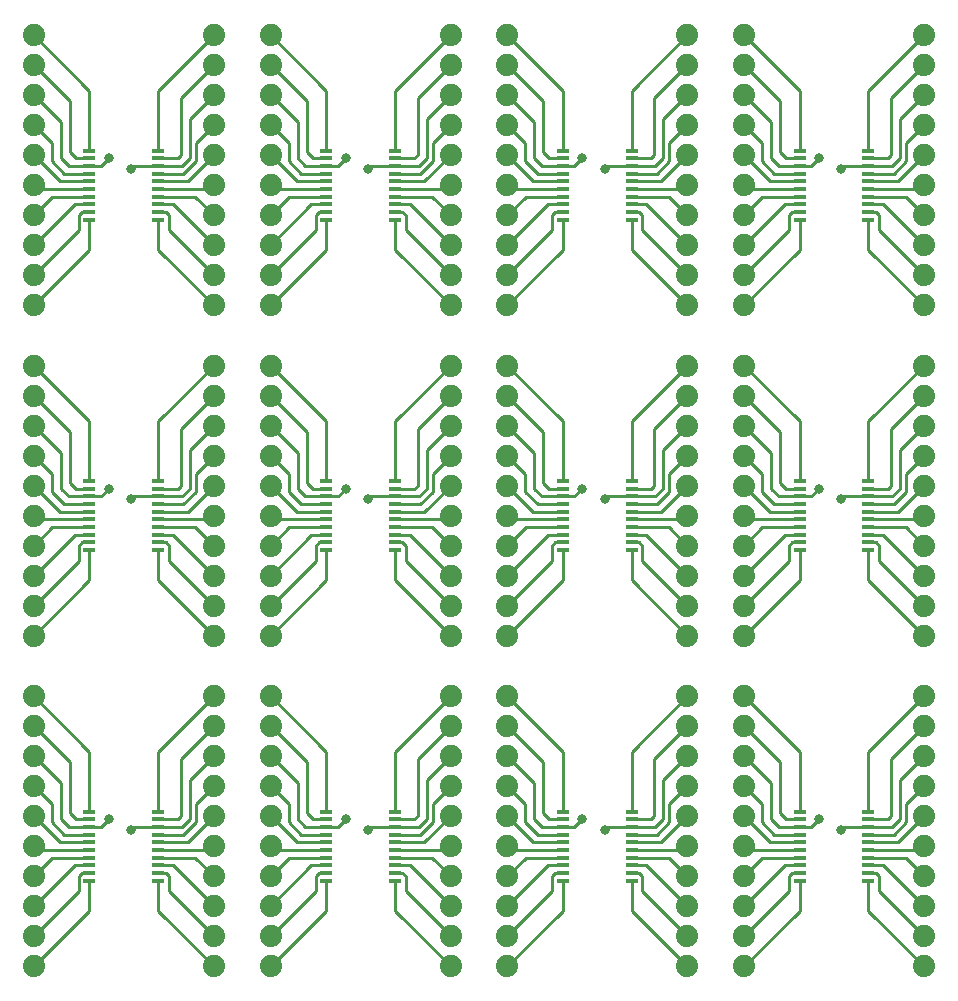
<source format=gbr>
G04 #@! TF.GenerationSoftware,KiCad,Pcbnew,5.1.5-5.1.5*
G04 #@! TF.CreationDate,2020-06-01T10:45:08+10:00*
G04 #@! TF.ProjectId,SOIC20-TSSOP20_panelized,534f4943-3230-42d5-9453-534f5032305f,rev?*
G04 #@! TF.SameCoordinates,Original*
G04 #@! TF.FileFunction,Copper,L2,Bot*
G04 #@! TF.FilePolarity,Positive*
%FSLAX46Y46*%
G04 Gerber Fmt 4.6, Leading zero omitted, Abs format (unit mm)*
G04 Created by KiCad (PCBNEW 5.1.5-5.1.5) date 2020-06-01 10:45:08*
%MOMM*%
%LPD*%
G04 APERTURE LIST*
%ADD10R,0.990600X0.304800*%
%ADD11C,1.879600*%
%ADD12C,0.812800*%
%ADD13C,0.254000*%
G04 APERTURE END LIST*
D10*
X211703906Y-159303604D03*
X211703906Y-159953604D03*
X211703906Y-160603604D03*
X211703906Y-161253604D03*
X211703906Y-161903604D03*
X211703906Y-162553604D03*
X211703906Y-163203604D03*
X211703906Y-163853604D03*
X205868306Y-163853604D03*
X205868306Y-163203604D03*
X205868306Y-162553604D03*
X205868306Y-161903604D03*
X205868306Y-161253604D03*
X205868306Y-160603604D03*
X205868306Y-159953604D03*
X205868306Y-159303604D03*
X211703906Y-164503604D03*
X211703906Y-165153604D03*
X205868306Y-164503604D03*
X205868306Y-165153604D03*
X211703906Y-131323602D03*
X211703906Y-131973602D03*
X211703906Y-132623602D03*
X211703906Y-133273602D03*
X211703906Y-133923602D03*
X211703906Y-134573602D03*
X211703906Y-135223602D03*
X211703906Y-135873602D03*
X205868306Y-135873602D03*
X205868306Y-135223602D03*
X205868306Y-134573602D03*
X205868306Y-133923602D03*
X205868306Y-133273602D03*
X205868306Y-132623602D03*
X205868306Y-131973602D03*
X205868306Y-131323602D03*
X211703906Y-136523602D03*
X211703906Y-137173602D03*
X205868306Y-136523602D03*
X205868306Y-137173602D03*
X211703906Y-103343600D03*
X211703906Y-103993600D03*
X211703906Y-104643600D03*
X211703906Y-105293600D03*
X211703906Y-105943600D03*
X211703906Y-106593600D03*
X211703906Y-107243600D03*
X211703906Y-107893600D03*
X205868306Y-107893600D03*
X205868306Y-107243600D03*
X205868306Y-106593600D03*
X205868306Y-105943600D03*
X205868306Y-105293600D03*
X205868306Y-104643600D03*
X205868306Y-103993600D03*
X205868306Y-103343600D03*
X211703906Y-108543600D03*
X211703906Y-109193600D03*
X205868306Y-108543600D03*
X205868306Y-109193600D03*
X191663904Y-159303604D03*
X191663904Y-159953604D03*
X191663904Y-160603604D03*
X191663904Y-161253604D03*
X191663904Y-161903604D03*
X191663904Y-162553604D03*
X191663904Y-163203604D03*
X191663904Y-163853604D03*
X185828304Y-163853604D03*
X185828304Y-163203604D03*
X185828304Y-162553604D03*
X185828304Y-161903604D03*
X185828304Y-161253604D03*
X185828304Y-160603604D03*
X185828304Y-159953604D03*
X185828304Y-159303604D03*
X191663904Y-164503604D03*
X191663904Y-165153604D03*
X185828304Y-164503604D03*
X185828304Y-165153604D03*
X191663904Y-131323602D03*
X191663904Y-131973602D03*
X191663904Y-132623602D03*
X191663904Y-133273602D03*
X191663904Y-133923602D03*
X191663904Y-134573602D03*
X191663904Y-135223602D03*
X191663904Y-135873602D03*
X185828304Y-135873602D03*
X185828304Y-135223602D03*
X185828304Y-134573602D03*
X185828304Y-133923602D03*
X185828304Y-133273602D03*
X185828304Y-132623602D03*
X185828304Y-131973602D03*
X185828304Y-131323602D03*
X191663904Y-136523602D03*
X191663904Y-137173602D03*
X185828304Y-136523602D03*
X185828304Y-137173602D03*
X191663904Y-103343600D03*
X191663904Y-103993600D03*
X191663904Y-104643600D03*
X191663904Y-105293600D03*
X191663904Y-105943600D03*
X191663904Y-106593600D03*
X191663904Y-107243600D03*
X191663904Y-107893600D03*
X185828304Y-107893600D03*
X185828304Y-107243600D03*
X185828304Y-106593600D03*
X185828304Y-105943600D03*
X185828304Y-105293600D03*
X185828304Y-104643600D03*
X185828304Y-103993600D03*
X185828304Y-103343600D03*
X191663904Y-108543600D03*
X191663904Y-109193600D03*
X185828304Y-108543600D03*
X185828304Y-109193600D03*
X171623902Y-159303604D03*
X171623902Y-159953604D03*
X171623902Y-160603604D03*
X171623902Y-161253604D03*
X171623902Y-161903604D03*
X171623902Y-162553604D03*
X171623902Y-163203604D03*
X171623902Y-163853604D03*
X165788302Y-163853604D03*
X165788302Y-163203604D03*
X165788302Y-162553604D03*
X165788302Y-161903604D03*
X165788302Y-161253604D03*
X165788302Y-160603604D03*
X165788302Y-159953604D03*
X165788302Y-159303604D03*
X171623902Y-164503604D03*
X171623902Y-165153604D03*
X165788302Y-164503604D03*
X165788302Y-165153604D03*
X171623902Y-131323602D03*
X171623902Y-131973602D03*
X171623902Y-132623602D03*
X171623902Y-133273602D03*
X171623902Y-133923602D03*
X171623902Y-134573602D03*
X171623902Y-135223602D03*
X171623902Y-135873602D03*
X165788302Y-135873602D03*
X165788302Y-135223602D03*
X165788302Y-134573602D03*
X165788302Y-133923602D03*
X165788302Y-133273602D03*
X165788302Y-132623602D03*
X165788302Y-131973602D03*
X165788302Y-131323602D03*
X171623902Y-136523602D03*
X171623902Y-137173602D03*
X165788302Y-136523602D03*
X165788302Y-137173602D03*
X171623902Y-103343600D03*
X171623902Y-103993600D03*
X171623902Y-104643600D03*
X171623902Y-105293600D03*
X171623902Y-105943600D03*
X171623902Y-106593600D03*
X171623902Y-107243600D03*
X171623902Y-107893600D03*
X165788302Y-107893600D03*
X165788302Y-107243600D03*
X165788302Y-106593600D03*
X165788302Y-105943600D03*
X165788302Y-105293600D03*
X165788302Y-104643600D03*
X165788302Y-103993600D03*
X165788302Y-103343600D03*
X171623902Y-108543600D03*
X171623902Y-109193600D03*
X165788302Y-108543600D03*
X165788302Y-109193600D03*
X151583900Y-159303604D03*
X151583900Y-159953604D03*
X151583900Y-160603604D03*
X151583900Y-161253604D03*
X151583900Y-161903604D03*
X151583900Y-162553604D03*
X151583900Y-163203604D03*
X151583900Y-163853604D03*
X145748300Y-163853604D03*
X145748300Y-163203604D03*
X145748300Y-162553604D03*
X145748300Y-161903604D03*
X145748300Y-161253604D03*
X145748300Y-160603604D03*
X145748300Y-159953604D03*
X145748300Y-159303604D03*
X151583900Y-164503604D03*
X151583900Y-165153604D03*
X145748300Y-164503604D03*
X145748300Y-165153604D03*
X151583900Y-131323602D03*
X151583900Y-131973602D03*
X151583900Y-132623602D03*
X151583900Y-133273602D03*
X151583900Y-133923602D03*
X151583900Y-134573602D03*
X151583900Y-135223602D03*
X151583900Y-135873602D03*
X145748300Y-135873602D03*
X145748300Y-135223602D03*
X145748300Y-134573602D03*
X145748300Y-133923602D03*
X145748300Y-133273602D03*
X145748300Y-132623602D03*
X145748300Y-131973602D03*
X145748300Y-131323602D03*
X151583900Y-136523602D03*
X151583900Y-137173602D03*
X145748300Y-136523602D03*
X145748300Y-137173602D03*
D11*
X216406106Y-172388604D03*
X216406106Y-169848604D03*
X216406106Y-167308604D03*
X216406106Y-164768604D03*
X216406106Y-162228604D03*
X216406106Y-159688604D03*
X216406106Y-157148604D03*
X216406106Y-154608604D03*
X216406106Y-152068604D03*
X216406106Y-149528604D03*
X216406106Y-144408602D03*
X216406106Y-141868602D03*
X216406106Y-139328602D03*
X216406106Y-136788602D03*
X216406106Y-134248602D03*
X216406106Y-131708602D03*
X216406106Y-129168602D03*
X216406106Y-126628602D03*
X216406106Y-124088602D03*
X216406106Y-121548602D03*
X216406106Y-116428600D03*
X216406106Y-113888600D03*
X216406106Y-111348600D03*
X216406106Y-108808600D03*
X216406106Y-106268600D03*
X216406106Y-103728600D03*
X216406106Y-101188600D03*
X216406106Y-98648600D03*
X216406106Y-96108600D03*
X216406106Y-93568600D03*
X196366104Y-172388604D03*
X196366104Y-169848604D03*
X196366104Y-167308604D03*
X196366104Y-164768604D03*
X196366104Y-162228604D03*
X196366104Y-159688604D03*
X196366104Y-157148604D03*
X196366104Y-154608604D03*
X196366104Y-152068604D03*
X196366104Y-149528604D03*
X196366104Y-144408602D03*
X196366104Y-141868602D03*
X196366104Y-139328602D03*
X196366104Y-136788602D03*
X196366104Y-134248602D03*
X196366104Y-131708602D03*
X196366104Y-129168602D03*
X196366104Y-126628602D03*
X196366104Y-124088602D03*
X196366104Y-121548602D03*
X196366104Y-116428600D03*
X196366104Y-113888600D03*
X196366104Y-111348600D03*
X196366104Y-108808600D03*
X196366104Y-106268600D03*
X196366104Y-103728600D03*
X196366104Y-101188600D03*
X196366104Y-98648600D03*
X196366104Y-96108600D03*
X196366104Y-93568600D03*
X176326102Y-172388604D03*
X176326102Y-169848604D03*
X176326102Y-167308604D03*
X176326102Y-164768604D03*
X176326102Y-162228604D03*
X176326102Y-159688604D03*
X176326102Y-157148604D03*
X176326102Y-154608604D03*
X176326102Y-152068604D03*
X176326102Y-149528604D03*
X176326102Y-144408602D03*
X176326102Y-141868602D03*
X176326102Y-139328602D03*
X176326102Y-136788602D03*
X176326102Y-134248602D03*
X176326102Y-131708602D03*
X176326102Y-129168602D03*
X176326102Y-126628602D03*
X176326102Y-124088602D03*
X176326102Y-121548602D03*
X176326102Y-116428600D03*
X176326102Y-113888600D03*
X176326102Y-111348600D03*
X176326102Y-108808600D03*
X176326102Y-106268600D03*
X176326102Y-103728600D03*
X176326102Y-101188600D03*
X176326102Y-98648600D03*
X176326102Y-96108600D03*
X176326102Y-93568600D03*
X156286100Y-172388604D03*
X156286100Y-169848604D03*
X156286100Y-167308604D03*
X156286100Y-164768604D03*
X156286100Y-162228604D03*
X156286100Y-159688604D03*
X156286100Y-157148604D03*
X156286100Y-154608604D03*
X156286100Y-152068604D03*
X156286100Y-149528604D03*
X156286100Y-144408602D03*
X156286100Y-141868602D03*
X156286100Y-139328602D03*
X156286100Y-136788602D03*
X156286100Y-134248602D03*
X156286100Y-131708602D03*
X156286100Y-129168602D03*
X156286100Y-126628602D03*
X156286100Y-124088602D03*
X156286100Y-121548602D03*
X201166106Y-172388604D03*
X201166106Y-169848604D03*
X201166106Y-167308604D03*
X201166106Y-164768604D03*
X201166106Y-162228604D03*
X201166106Y-159688604D03*
X201166106Y-157148604D03*
X201166106Y-154608604D03*
X201166106Y-152068604D03*
X201166106Y-149528604D03*
X201166106Y-144408602D03*
X201166106Y-141868602D03*
X201166106Y-139328602D03*
X201166106Y-136788602D03*
X201166106Y-134248602D03*
X201166106Y-131708602D03*
X201166106Y-129168602D03*
X201166106Y-126628602D03*
X201166106Y-124088602D03*
X201166106Y-121548602D03*
X201166106Y-116428600D03*
X201166106Y-113888600D03*
X201166106Y-111348600D03*
X201166106Y-108808600D03*
X201166106Y-106268600D03*
X201166106Y-103728600D03*
X201166106Y-101188600D03*
X201166106Y-98648600D03*
X201166106Y-96108600D03*
X201166106Y-93568600D03*
X181126104Y-172388604D03*
X181126104Y-169848604D03*
X181126104Y-167308604D03*
X181126104Y-164768604D03*
X181126104Y-162228604D03*
X181126104Y-159688604D03*
X181126104Y-157148604D03*
X181126104Y-154608604D03*
X181126104Y-152068604D03*
X181126104Y-149528604D03*
X181126104Y-144408602D03*
X181126104Y-141868602D03*
X181126104Y-139328602D03*
X181126104Y-136788602D03*
X181126104Y-134248602D03*
X181126104Y-131708602D03*
X181126104Y-129168602D03*
X181126104Y-126628602D03*
X181126104Y-124088602D03*
X181126104Y-121548602D03*
X181126104Y-116428600D03*
X181126104Y-113888600D03*
X181126104Y-111348600D03*
X181126104Y-108808600D03*
X181126104Y-106268600D03*
X181126104Y-103728600D03*
X181126104Y-101188600D03*
X181126104Y-98648600D03*
X181126104Y-96108600D03*
X181126104Y-93568600D03*
X161086102Y-172388604D03*
X161086102Y-169848604D03*
X161086102Y-167308604D03*
X161086102Y-164768604D03*
X161086102Y-162228604D03*
X161086102Y-159688604D03*
X161086102Y-157148604D03*
X161086102Y-154608604D03*
X161086102Y-152068604D03*
X161086102Y-149528604D03*
X161086102Y-144408602D03*
X161086102Y-141868602D03*
X161086102Y-139328602D03*
X161086102Y-136788602D03*
X161086102Y-134248602D03*
X161086102Y-131708602D03*
X161086102Y-129168602D03*
X161086102Y-126628602D03*
X161086102Y-124088602D03*
X161086102Y-121548602D03*
X161086102Y-116428600D03*
X161086102Y-113888600D03*
X161086102Y-111348600D03*
X161086102Y-108808600D03*
X161086102Y-106268600D03*
X161086102Y-103728600D03*
X161086102Y-101188600D03*
X161086102Y-98648600D03*
X161086102Y-96108600D03*
X161086102Y-93568600D03*
X141046100Y-172388604D03*
X141046100Y-169848604D03*
X141046100Y-167308604D03*
X141046100Y-164768604D03*
X141046100Y-162228604D03*
X141046100Y-159688604D03*
X141046100Y-157148604D03*
X141046100Y-154608604D03*
X141046100Y-152068604D03*
X141046100Y-149528604D03*
X141046100Y-144408602D03*
X141046100Y-141868602D03*
X141046100Y-139328602D03*
X141046100Y-136788602D03*
X141046100Y-134248602D03*
X141046100Y-131708602D03*
X141046100Y-129168602D03*
X141046100Y-126628602D03*
X141046100Y-124088602D03*
X141046100Y-121548602D03*
X141046100Y-93568600D03*
X141046100Y-96108600D03*
X141046100Y-98648600D03*
X141046100Y-101188600D03*
X141046100Y-103728600D03*
X141046100Y-106268600D03*
X141046100Y-108808600D03*
X141046100Y-111348600D03*
X141046100Y-113888600D03*
X141046100Y-116428600D03*
X156286100Y-93568600D03*
X156286100Y-96108600D03*
X156286100Y-98648600D03*
X156286100Y-101188600D03*
X156286100Y-103728600D03*
X156286100Y-106268600D03*
X156286100Y-108808600D03*
X156286100Y-111348600D03*
X156286100Y-113888600D03*
X156286100Y-116428600D03*
D10*
X145748300Y-109193600D03*
X145748300Y-108543600D03*
X151583900Y-109193600D03*
X151583900Y-108543600D03*
X145748300Y-103343600D03*
X145748300Y-103993600D03*
X145748300Y-104643600D03*
X145748300Y-105293600D03*
X145748300Y-105943600D03*
X145748300Y-106593600D03*
X145748300Y-107243600D03*
X145748300Y-107893600D03*
X151583900Y-107893600D03*
X151583900Y-107243600D03*
X151583900Y-106593600D03*
X151583900Y-105943600D03*
X151583900Y-105293600D03*
X151583900Y-104643600D03*
X151583900Y-103993600D03*
X151583900Y-103343600D03*
D12*
X149301100Y-104871600D03*
X149301100Y-132851602D03*
X149301100Y-160831604D03*
X169341102Y-104871600D03*
X169341102Y-132851602D03*
X169341102Y-160831604D03*
X189381104Y-104871600D03*
X189381104Y-132851602D03*
X189381104Y-160831604D03*
X209421106Y-104871600D03*
X209421106Y-132851602D03*
X209421106Y-160831604D03*
X147396100Y-103982600D03*
X147396100Y-131962602D03*
X147396100Y-159942604D03*
X167436102Y-103982600D03*
X167436102Y-131962602D03*
X167436102Y-159942604D03*
X187476104Y-103982600D03*
X187476104Y-131962602D03*
X187476104Y-159942604D03*
X207516106Y-103982600D03*
X207516106Y-131962602D03*
X207516106Y-159942604D03*
D13*
X151583900Y-103343600D02*
X151583900Y-98270800D01*
X151583900Y-98270800D02*
X156286100Y-93568600D01*
X151583900Y-131323602D02*
X151583900Y-126250802D01*
X151583900Y-159303604D02*
X151583900Y-154230804D01*
X171623902Y-103343600D02*
X171623902Y-98270800D01*
X171623902Y-131323602D02*
X171623902Y-126250802D01*
X171623902Y-159303604D02*
X171623902Y-154230804D01*
X191663904Y-103343600D02*
X191663904Y-98270800D01*
X191663904Y-131323602D02*
X191663904Y-126250802D01*
X191663904Y-159303604D02*
X191663904Y-154230804D01*
X211703906Y-103343600D02*
X211703906Y-98270800D01*
X211703906Y-131323602D02*
X211703906Y-126250802D01*
X211703906Y-159303604D02*
X211703906Y-154230804D01*
X151583900Y-126250802D02*
X156286100Y-121548602D01*
X151583900Y-154230804D02*
X156286100Y-149528604D01*
X171623902Y-98270800D02*
X176326102Y-93568600D01*
X171623902Y-126250802D02*
X176326102Y-121548602D01*
X171623902Y-154230804D02*
X176326102Y-149528604D01*
X191663904Y-98270800D02*
X196366104Y-93568600D01*
X191663904Y-126250802D02*
X196366104Y-121548602D01*
X191663904Y-154230804D02*
X196366104Y-149528604D01*
X211703906Y-98270800D02*
X216406106Y-93568600D01*
X211703906Y-126250802D02*
X216406106Y-121548602D01*
X211703906Y-154230804D02*
X216406106Y-149528604D01*
X151583900Y-103993600D02*
X153227100Y-103993600D01*
X153227100Y-103993600D02*
X153492100Y-103728600D01*
X153492100Y-103728600D02*
X153492100Y-98902600D01*
X153492100Y-98902600D02*
X156286100Y-96108600D01*
X151583900Y-131973602D02*
X153227100Y-131973602D01*
X151583900Y-159953604D02*
X153227100Y-159953604D01*
X171623902Y-103993600D02*
X173267102Y-103993600D01*
X171623902Y-131973602D02*
X173267102Y-131973602D01*
X171623902Y-159953604D02*
X173267102Y-159953604D01*
X191663904Y-103993600D02*
X193307104Y-103993600D01*
X191663904Y-131973602D02*
X193307104Y-131973602D01*
X191663904Y-159953604D02*
X193307104Y-159953604D01*
X211703906Y-103993600D02*
X213347106Y-103993600D01*
X211703906Y-131973602D02*
X213347106Y-131973602D01*
X211703906Y-159953604D02*
X213347106Y-159953604D01*
X153227100Y-131973602D02*
X153492100Y-131708602D01*
X153227100Y-159953604D02*
X153492100Y-159688604D01*
X173267102Y-103993600D02*
X173532102Y-103728600D01*
X173267102Y-131973602D02*
X173532102Y-131708602D01*
X173267102Y-159953604D02*
X173532102Y-159688604D01*
X193307104Y-103993600D02*
X193572104Y-103728600D01*
X193307104Y-131973602D02*
X193572104Y-131708602D01*
X193307104Y-159953604D02*
X193572104Y-159688604D01*
X213347106Y-103993600D02*
X213612106Y-103728600D01*
X213347106Y-131973602D02*
X213612106Y-131708602D01*
X213347106Y-159953604D02*
X213612106Y-159688604D01*
X153492100Y-131708602D02*
X153492100Y-126882602D01*
X153492100Y-159688604D02*
X153492100Y-154862604D01*
X173532102Y-103728600D02*
X173532102Y-98902600D01*
X173532102Y-131708602D02*
X173532102Y-126882602D01*
X173532102Y-159688604D02*
X173532102Y-154862604D01*
X193572104Y-103728600D02*
X193572104Y-98902600D01*
X193572104Y-131708602D02*
X193572104Y-126882602D01*
X193572104Y-159688604D02*
X193572104Y-154862604D01*
X213612106Y-103728600D02*
X213612106Y-98902600D01*
X213612106Y-131708602D02*
X213612106Y-126882602D01*
X213612106Y-159688604D02*
X213612106Y-154862604D01*
X153492100Y-126882602D02*
X156286100Y-124088602D01*
X153492100Y-154862604D02*
X156286100Y-152068604D01*
X173532102Y-98902600D02*
X176326102Y-96108600D01*
X173532102Y-126882602D02*
X176326102Y-124088602D01*
X173532102Y-154862604D02*
X176326102Y-152068604D01*
X193572104Y-98902600D02*
X196366104Y-96108600D01*
X193572104Y-126882602D02*
X196366104Y-124088602D01*
X193572104Y-154862604D02*
X196366104Y-152068604D01*
X213612106Y-98902600D02*
X216406106Y-96108600D01*
X213612106Y-126882602D02*
X216406106Y-124088602D01*
X213612106Y-154862604D02*
X216406106Y-152068604D01*
X151583900Y-104643600D02*
X153593100Y-104643600D01*
X153593100Y-104643600D02*
X154254100Y-103982600D01*
X154254100Y-103982600D02*
X154254100Y-100680600D01*
X154254100Y-100680600D02*
X156286100Y-98648600D01*
X151583900Y-104643600D02*
X149529100Y-104643600D01*
X149529100Y-104643600D02*
X149301100Y-104871600D01*
X151583900Y-132623602D02*
X153593100Y-132623602D01*
X151583900Y-160603604D02*
X153593100Y-160603604D01*
X171623902Y-104643600D02*
X173633102Y-104643600D01*
X171623902Y-132623602D02*
X173633102Y-132623602D01*
X171623902Y-160603604D02*
X173633102Y-160603604D01*
X191663904Y-104643600D02*
X193673104Y-104643600D01*
X191663904Y-132623602D02*
X193673104Y-132623602D01*
X191663904Y-160603604D02*
X193673104Y-160603604D01*
X211703906Y-104643600D02*
X213713106Y-104643600D01*
X211703906Y-132623602D02*
X213713106Y-132623602D01*
X211703906Y-160603604D02*
X213713106Y-160603604D01*
X153593100Y-132623602D02*
X154254100Y-131962602D01*
X153593100Y-160603604D02*
X154254100Y-159942604D01*
X173633102Y-104643600D02*
X174294102Y-103982600D01*
X173633102Y-132623602D02*
X174294102Y-131962602D01*
X173633102Y-160603604D02*
X174294102Y-159942604D01*
X193673104Y-104643600D02*
X194334104Y-103982600D01*
X193673104Y-132623602D02*
X194334104Y-131962602D01*
X193673104Y-160603604D02*
X194334104Y-159942604D01*
X213713106Y-104643600D02*
X214374106Y-103982600D01*
X213713106Y-132623602D02*
X214374106Y-131962602D01*
X213713106Y-160603604D02*
X214374106Y-159942604D01*
X154254100Y-131962602D02*
X154254100Y-128660602D01*
X154254100Y-159942604D02*
X154254100Y-156640604D01*
X174294102Y-103982600D02*
X174294102Y-100680600D01*
X174294102Y-131962602D02*
X174294102Y-128660602D01*
X174294102Y-159942604D02*
X174294102Y-156640604D01*
X194334104Y-103982600D02*
X194334104Y-100680600D01*
X194334104Y-131962602D02*
X194334104Y-128660602D01*
X194334104Y-159942604D02*
X194334104Y-156640604D01*
X214374106Y-103982600D02*
X214374106Y-100680600D01*
X214374106Y-131962602D02*
X214374106Y-128660602D01*
X214374106Y-159942604D02*
X214374106Y-156640604D01*
X154254100Y-128660602D02*
X156286100Y-126628602D01*
X154254100Y-156640604D02*
X156286100Y-154608604D01*
X174294102Y-100680600D02*
X176326102Y-98648600D01*
X174294102Y-128660602D02*
X176326102Y-126628602D01*
X174294102Y-156640604D02*
X176326102Y-154608604D01*
X194334104Y-100680600D02*
X196366104Y-98648600D01*
X194334104Y-128660602D02*
X196366104Y-126628602D01*
X194334104Y-156640604D02*
X196366104Y-154608604D01*
X214374106Y-100680600D02*
X216406106Y-98648600D01*
X214374106Y-128660602D02*
X216406106Y-126628602D01*
X214374106Y-156640604D02*
X216406106Y-154608604D01*
X151583900Y-132623602D02*
X149529100Y-132623602D01*
X151583900Y-160603604D02*
X149529100Y-160603604D01*
X171623902Y-104643600D02*
X169569102Y-104643600D01*
X171623902Y-132623602D02*
X169569102Y-132623602D01*
X171623902Y-160603604D02*
X169569102Y-160603604D01*
X191663904Y-104643600D02*
X189609104Y-104643600D01*
X191663904Y-132623602D02*
X189609104Y-132623602D01*
X191663904Y-160603604D02*
X189609104Y-160603604D01*
X211703906Y-104643600D02*
X209649106Y-104643600D01*
X211703906Y-132623602D02*
X209649106Y-132623602D01*
X211703906Y-160603604D02*
X209649106Y-160603604D01*
X149529100Y-132623602D02*
X149301100Y-132851602D01*
X149529100Y-160603604D02*
X149301100Y-160831604D01*
X169569102Y-104643600D02*
X169341102Y-104871600D01*
X169569102Y-132623602D02*
X169341102Y-132851602D01*
X169569102Y-160603604D02*
X169341102Y-160831604D01*
X189609104Y-104643600D02*
X189381104Y-104871600D01*
X189609104Y-132623602D02*
X189381104Y-132851602D01*
X189609104Y-160603604D02*
X189381104Y-160831604D01*
X209649106Y-104643600D02*
X209421106Y-104871600D01*
X209649106Y-132623602D02*
X209421106Y-132851602D01*
X209649106Y-160603604D02*
X209421106Y-160831604D01*
X151583900Y-105293600D02*
X153705100Y-105293600D01*
X153705100Y-105293600D02*
X154762100Y-104236600D01*
X154762100Y-104236600D02*
X154762100Y-102712600D01*
X154762100Y-102712600D02*
X156286100Y-101188600D01*
X151583900Y-133273602D02*
X153705100Y-133273602D01*
X151583900Y-161253604D02*
X153705100Y-161253604D01*
X171623902Y-105293600D02*
X173745102Y-105293600D01*
X171623902Y-133273602D02*
X173745102Y-133273602D01*
X171623902Y-161253604D02*
X173745102Y-161253604D01*
X191663904Y-105293600D02*
X193785104Y-105293600D01*
X191663904Y-133273602D02*
X193785104Y-133273602D01*
X191663904Y-161253604D02*
X193785104Y-161253604D01*
X211703906Y-105293600D02*
X213825106Y-105293600D01*
X211703906Y-133273602D02*
X213825106Y-133273602D01*
X211703906Y-161253604D02*
X213825106Y-161253604D01*
X153705100Y-133273602D02*
X154762100Y-132216602D01*
X153705100Y-161253604D02*
X154762100Y-160196604D01*
X173745102Y-105293600D02*
X174802102Y-104236600D01*
X173745102Y-133273602D02*
X174802102Y-132216602D01*
X173745102Y-161253604D02*
X174802102Y-160196604D01*
X193785104Y-105293600D02*
X194842104Y-104236600D01*
X193785104Y-133273602D02*
X194842104Y-132216602D01*
X193785104Y-161253604D02*
X194842104Y-160196604D01*
X213825106Y-105293600D02*
X214882106Y-104236600D01*
X213825106Y-133273602D02*
X214882106Y-132216602D01*
X213825106Y-161253604D02*
X214882106Y-160196604D01*
X154762100Y-132216602D02*
X154762100Y-130692602D01*
X154762100Y-160196604D02*
X154762100Y-158672604D01*
X174802102Y-104236600D02*
X174802102Y-102712600D01*
X174802102Y-132216602D02*
X174802102Y-130692602D01*
X174802102Y-160196604D02*
X174802102Y-158672604D01*
X194842104Y-104236600D02*
X194842104Y-102712600D01*
X194842104Y-132216602D02*
X194842104Y-130692602D01*
X194842104Y-160196604D02*
X194842104Y-158672604D01*
X214882106Y-104236600D02*
X214882106Y-102712600D01*
X214882106Y-132216602D02*
X214882106Y-130692602D01*
X214882106Y-160196604D02*
X214882106Y-158672604D01*
X154762100Y-130692602D02*
X156286100Y-129168602D01*
X154762100Y-158672604D02*
X156286100Y-157148604D01*
X174802102Y-102712600D02*
X176326102Y-101188600D01*
X174802102Y-130692602D02*
X176326102Y-129168602D01*
X174802102Y-158672604D02*
X176326102Y-157148604D01*
X194842104Y-102712600D02*
X196366104Y-101188600D01*
X194842104Y-130692602D02*
X196366104Y-129168602D01*
X194842104Y-158672604D02*
X196366104Y-157148604D01*
X214882106Y-102712600D02*
X216406106Y-101188600D01*
X214882106Y-130692602D02*
X216406106Y-129168602D01*
X214882106Y-158672604D02*
X216406106Y-157148604D01*
X151583900Y-105943600D02*
X154071100Y-105943600D01*
X154071100Y-105943600D02*
X156286100Y-103728600D01*
X151583900Y-133923602D02*
X154071100Y-133923602D01*
X151583900Y-161903604D02*
X154071100Y-161903604D01*
X171623902Y-105943600D02*
X174111102Y-105943600D01*
X171623902Y-133923602D02*
X174111102Y-133923602D01*
X171623902Y-161903604D02*
X174111102Y-161903604D01*
X191663904Y-105943600D02*
X194151104Y-105943600D01*
X191663904Y-133923602D02*
X194151104Y-133923602D01*
X191663904Y-161903604D02*
X194151104Y-161903604D01*
X211703906Y-105943600D02*
X214191106Y-105943600D01*
X211703906Y-133923602D02*
X214191106Y-133923602D01*
X211703906Y-161903604D02*
X214191106Y-161903604D01*
X154071100Y-133923602D02*
X156286100Y-131708602D01*
X154071100Y-161903604D02*
X156286100Y-159688604D01*
X174111102Y-105943600D02*
X176326102Y-103728600D01*
X174111102Y-133923602D02*
X176326102Y-131708602D01*
X174111102Y-161903604D02*
X176326102Y-159688604D01*
X194151104Y-105943600D02*
X196366104Y-103728600D01*
X194151104Y-133923602D02*
X196366104Y-131708602D01*
X194151104Y-161903604D02*
X196366104Y-159688604D01*
X214191106Y-105943600D02*
X216406106Y-103728600D01*
X214191106Y-133923602D02*
X216406106Y-131708602D01*
X214191106Y-161903604D02*
X216406106Y-159688604D01*
X151583900Y-106593600D02*
X155961100Y-106593600D01*
X155961100Y-106593600D02*
X156286100Y-106268600D01*
X151583900Y-134573602D02*
X155961100Y-134573602D01*
X151583900Y-162553604D02*
X155961100Y-162553604D01*
X171623902Y-106593600D02*
X176001102Y-106593600D01*
X171623902Y-134573602D02*
X176001102Y-134573602D01*
X171623902Y-162553604D02*
X176001102Y-162553604D01*
X191663904Y-106593600D02*
X196041104Y-106593600D01*
X191663904Y-134573602D02*
X196041104Y-134573602D01*
X191663904Y-162553604D02*
X196041104Y-162553604D01*
X211703906Y-106593600D02*
X216081106Y-106593600D01*
X211703906Y-134573602D02*
X216081106Y-134573602D01*
X211703906Y-162553604D02*
X216081106Y-162553604D01*
X155961100Y-134573602D02*
X156286100Y-134248602D01*
X155961100Y-162553604D02*
X156286100Y-162228604D01*
X176001102Y-106593600D02*
X176326102Y-106268600D01*
X176001102Y-134573602D02*
X176326102Y-134248602D01*
X176001102Y-162553604D02*
X176326102Y-162228604D01*
X196041104Y-106593600D02*
X196366104Y-106268600D01*
X196041104Y-134573602D02*
X196366104Y-134248602D01*
X196041104Y-162553604D02*
X196366104Y-162228604D01*
X216081106Y-106593600D02*
X216406106Y-106268600D01*
X216081106Y-134573602D02*
X216406106Y-134248602D01*
X216081106Y-162553604D02*
X216406106Y-162228604D01*
X151583900Y-107243600D02*
X154721100Y-107243600D01*
X154721100Y-107243600D02*
X156286100Y-108808600D01*
X151583900Y-135223602D02*
X154721100Y-135223602D01*
X151583900Y-163203604D02*
X154721100Y-163203604D01*
X171623902Y-107243600D02*
X174761102Y-107243600D01*
X171623902Y-135223602D02*
X174761102Y-135223602D01*
X171623902Y-163203604D02*
X174761102Y-163203604D01*
X191663904Y-107243600D02*
X194801104Y-107243600D01*
X191663904Y-135223602D02*
X194801104Y-135223602D01*
X191663904Y-163203604D02*
X194801104Y-163203604D01*
X211703906Y-107243600D02*
X214841106Y-107243600D01*
X211703906Y-135223602D02*
X214841106Y-135223602D01*
X211703906Y-163203604D02*
X214841106Y-163203604D01*
X154721100Y-135223602D02*
X156286100Y-136788602D01*
X154721100Y-163203604D02*
X156286100Y-164768604D01*
X174761102Y-107243600D02*
X176326102Y-108808600D01*
X174761102Y-135223602D02*
X176326102Y-136788602D01*
X174761102Y-163203604D02*
X176326102Y-164768604D01*
X194801104Y-107243600D02*
X196366104Y-108808600D01*
X194801104Y-135223602D02*
X196366104Y-136788602D01*
X194801104Y-163203604D02*
X196366104Y-164768604D01*
X214841106Y-107243600D02*
X216406106Y-108808600D01*
X214841106Y-135223602D02*
X216406106Y-136788602D01*
X214841106Y-163203604D02*
X216406106Y-164768604D01*
X151583900Y-107893600D02*
X152831100Y-107893600D01*
X152831100Y-107893600D02*
X156286100Y-111348600D01*
X151583900Y-135873602D02*
X152831100Y-135873602D01*
X151583900Y-163853604D02*
X152831100Y-163853604D01*
X171623902Y-107893600D02*
X172871102Y-107893600D01*
X171623902Y-135873602D02*
X172871102Y-135873602D01*
X171623902Y-163853604D02*
X172871102Y-163853604D01*
X191663904Y-107893600D02*
X192911104Y-107893600D01*
X191663904Y-135873602D02*
X192911104Y-135873602D01*
X191663904Y-163853604D02*
X192911104Y-163853604D01*
X211703906Y-107893600D02*
X212951106Y-107893600D01*
X211703906Y-135873602D02*
X212951106Y-135873602D01*
X211703906Y-163853604D02*
X212951106Y-163853604D01*
X152831100Y-135873602D02*
X156286100Y-139328602D01*
X152831100Y-163853604D02*
X156286100Y-167308604D01*
X172871102Y-107893600D02*
X176326102Y-111348600D01*
X172871102Y-135873602D02*
X176326102Y-139328602D01*
X172871102Y-163853604D02*
X176326102Y-167308604D01*
X192911104Y-107893600D02*
X196366104Y-111348600D01*
X192911104Y-135873602D02*
X196366104Y-139328602D01*
X192911104Y-163853604D02*
X196366104Y-167308604D01*
X212951106Y-107893600D02*
X216406106Y-111348600D01*
X212951106Y-135873602D02*
X216406106Y-139328602D01*
X212951106Y-163853604D02*
X216406106Y-167308604D01*
X151583900Y-108543600D02*
X152211100Y-108543600D01*
X152211100Y-108543600D02*
X152476100Y-108808600D01*
X152476100Y-108808600D02*
X152476100Y-110078600D01*
X152476100Y-110078600D02*
X156286100Y-113888600D01*
X151583900Y-136523602D02*
X152211100Y-136523602D01*
X151583900Y-164503604D02*
X152211100Y-164503604D01*
X171623902Y-108543600D02*
X172251102Y-108543600D01*
X171623902Y-136523602D02*
X172251102Y-136523602D01*
X171623902Y-164503604D02*
X172251102Y-164503604D01*
X191663904Y-108543600D02*
X192291104Y-108543600D01*
X191663904Y-136523602D02*
X192291104Y-136523602D01*
X191663904Y-164503604D02*
X192291104Y-164503604D01*
X211703906Y-108543600D02*
X212331106Y-108543600D01*
X211703906Y-136523602D02*
X212331106Y-136523602D01*
X211703906Y-164503604D02*
X212331106Y-164503604D01*
X152211100Y-136523602D02*
X152476100Y-136788602D01*
X152211100Y-164503604D02*
X152476100Y-164768604D01*
X172251102Y-108543600D02*
X172516102Y-108808600D01*
X172251102Y-136523602D02*
X172516102Y-136788602D01*
X172251102Y-164503604D02*
X172516102Y-164768604D01*
X192291104Y-108543600D02*
X192556104Y-108808600D01*
X192291104Y-136523602D02*
X192556104Y-136788602D01*
X192291104Y-164503604D02*
X192556104Y-164768604D01*
X212331106Y-108543600D02*
X212596106Y-108808600D01*
X212331106Y-136523602D02*
X212596106Y-136788602D01*
X212331106Y-164503604D02*
X212596106Y-164768604D01*
X152476100Y-136788602D02*
X152476100Y-138058602D01*
X152476100Y-164768604D02*
X152476100Y-166038604D01*
X172516102Y-108808600D02*
X172516102Y-110078600D01*
X172516102Y-136788602D02*
X172516102Y-138058602D01*
X172516102Y-164768604D02*
X172516102Y-166038604D01*
X192556104Y-108808600D02*
X192556104Y-110078600D01*
X192556104Y-136788602D02*
X192556104Y-138058602D01*
X192556104Y-164768604D02*
X192556104Y-166038604D01*
X212596106Y-108808600D02*
X212596106Y-110078600D01*
X212596106Y-136788602D02*
X212596106Y-138058602D01*
X212596106Y-164768604D02*
X212596106Y-166038604D01*
X152476100Y-138058602D02*
X156286100Y-141868602D01*
X152476100Y-166038604D02*
X156286100Y-169848604D01*
X172516102Y-110078600D02*
X176326102Y-113888600D01*
X172516102Y-138058602D02*
X176326102Y-141868602D01*
X172516102Y-166038604D02*
X176326102Y-169848604D01*
X192556104Y-110078600D02*
X196366104Y-113888600D01*
X192556104Y-138058602D02*
X196366104Y-141868602D01*
X192556104Y-166038604D02*
X196366104Y-169848604D01*
X212596106Y-110078600D02*
X216406106Y-113888600D01*
X212596106Y-138058602D02*
X216406106Y-141868602D01*
X212596106Y-166038604D02*
X216406106Y-169848604D01*
X151583900Y-109193600D02*
X151583900Y-111726400D01*
X151583900Y-111726400D02*
X156286100Y-116428600D01*
X151583900Y-137173602D02*
X151583900Y-139706402D01*
X151583900Y-165153604D02*
X151583900Y-167686404D01*
X171623902Y-109193600D02*
X171623902Y-111726400D01*
X171623902Y-137173602D02*
X171623902Y-139706402D01*
X171623902Y-165153604D02*
X171623902Y-167686404D01*
X191663904Y-109193600D02*
X191663904Y-111726400D01*
X191663904Y-137173602D02*
X191663904Y-139706402D01*
X191663904Y-165153604D02*
X191663904Y-167686404D01*
X211703906Y-109193600D02*
X211703906Y-111726400D01*
X211703906Y-137173602D02*
X211703906Y-139706402D01*
X211703906Y-165153604D02*
X211703906Y-167686404D01*
X151583900Y-139706402D02*
X156286100Y-144408602D01*
X151583900Y-167686404D02*
X156286100Y-172388604D01*
X171623902Y-111726400D02*
X176326102Y-116428600D01*
X171623902Y-139706402D02*
X176326102Y-144408602D01*
X171623902Y-167686404D02*
X176326102Y-172388604D01*
X191663904Y-111726400D02*
X196366104Y-116428600D01*
X191663904Y-139706402D02*
X196366104Y-144408602D01*
X191663904Y-167686404D02*
X196366104Y-172388604D01*
X211703906Y-111726400D02*
X216406106Y-116428600D01*
X211703906Y-139706402D02*
X216406106Y-144408602D01*
X211703906Y-167686404D02*
X216406106Y-172388604D01*
X145748300Y-109193600D02*
X145748300Y-111726400D01*
X145748300Y-111726400D02*
X141046100Y-116428600D01*
X145748300Y-137173602D02*
X145748300Y-139706402D01*
X145748300Y-165153604D02*
X145748300Y-167686404D01*
X165788302Y-109193600D02*
X165788302Y-111726400D01*
X165788302Y-137173602D02*
X165788302Y-139706402D01*
X165788302Y-165153604D02*
X165788302Y-167686404D01*
X185828304Y-109193600D02*
X185828304Y-111726400D01*
X185828304Y-137173602D02*
X185828304Y-139706402D01*
X185828304Y-165153604D02*
X185828304Y-167686404D01*
X205868306Y-109193600D02*
X205868306Y-111726400D01*
X205868306Y-137173602D02*
X205868306Y-139706402D01*
X205868306Y-165153604D02*
X205868306Y-167686404D01*
X145748300Y-139706402D02*
X141046100Y-144408602D01*
X145748300Y-167686404D02*
X141046100Y-172388604D01*
X165788302Y-111726400D02*
X161086102Y-116428600D01*
X165788302Y-139706402D02*
X161086102Y-144408602D01*
X165788302Y-167686404D02*
X161086102Y-172388604D01*
X185828304Y-111726400D02*
X181126104Y-116428600D01*
X185828304Y-139706402D02*
X181126104Y-144408602D01*
X185828304Y-167686404D02*
X181126104Y-172388604D01*
X205868306Y-111726400D02*
X201166106Y-116428600D01*
X205868306Y-139706402D02*
X201166106Y-144408602D01*
X205868306Y-167686404D02*
X201166106Y-172388604D01*
X145748300Y-108543600D02*
X145121100Y-108543600D01*
X145121100Y-108543600D02*
X144856100Y-108808600D01*
X144856100Y-108808600D02*
X144856100Y-110078600D01*
X144856100Y-110078600D02*
X141046100Y-113888600D01*
X145748300Y-136523602D02*
X145121100Y-136523602D01*
X145748300Y-164503604D02*
X145121100Y-164503604D01*
X165788302Y-108543600D02*
X165161102Y-108543600D01*
X165788302Y-136523602D02*
X165161102Y-136523602D01*
X165788302Y-164503604D02*
X165161102Y-164503604D01*
X185828304Y-108543600D02*
X185201104Y-108543600D01*
X185828304Y-136523602D02*
X185201104Y-136523602D01*
X185828304Y-164503604D02*
X185201104Y-164503604D01*
X205868306Y-108543600D02*
X205241106Y-108543600D01*
X205868306Y-136523602D02*
X205241106Y-136523602D01*
X205868306Y-164503604D02*
X205241106Y-164503604D01*
X145121100Y-136523602D02*
X144856100Y-136788602D01*
X145121100Y-164503604D02*
X144856100Y-164768604D01*
X165161102Y-108543600D02*
X164896102Y-108808600D01*
X165161102Y-136523602D02*
X164896102Y-136788602D01*
X165161102Y-164503604D02*
X164896102Y-164768604D01*
X185201104Y-108543600D02*
X184936104Y-108808600D01*
X185201104Y-136523602D02*
X184936104Y-136788602D01*
X185201104Y-164503604D02*
X184936104Y-164768604D01*
X205241106Y-108543600D02*
X204976106Y-108808600D01*
X205241106Y-136523602D02*
X204976106Y-136788602D01*
X205241106Y-164503604D02*
X204976106Y-164768604D01*
X144856100Y-136788602D02*
X144856100Y-138058602D01*
X144856100Y-164768604D02*
X144856100Y-166038604D01*
X164896102Y-108808600D02*
X164896102Y-110078600D01*
X164896102Y-136788602D02*
X164896102Y-138058602D01*
X164896102Y-164768604D02*
X164896102Y-166038604D01*
X184936104Y-108808600D02*
X184936104Y-110078600D01*
X184936104Y-136788602D02*
X184936104Y-138058602D01*
X184936104Y-164768604D02*
X184936104Y-166038604D01*
X204976106Y-108808600D02*
X204976106Y-110078600D01*
X204976106Y-136788602D02*
X204976106Y-138058602D01*
X204976106Y-164768604D02*
X204976106Y-166038604D01*
X144856100Y-138058602D02*
X141046100Y-141868602D01*
X144856100Y-166038604D02*
X141046100Y-169848604D01*
X164896102Y-110078600D02*
X161086102Y-113888600D01*
X164896102Y-138058602D02*
X161086102Y-141868602D01*
X164896102Y-166038604D02*
X161086102Y-169848604D01*
X184936104Y-110078600D02*
X181126104Y-113888600D01*
X184936104Y-138058602D02*
X181126104Y-141868602D01*
X184936104Y-166038604D02*
X181126104Y-169848604D01*
X204976106Y-110078600D02*
X201166106Y-113888600D01*
X204976106Y-138058602D02*
X201166106Y-141868602D01*
X204976106Y-166038604D02*
X201166106Y-169848604D01*
X145748300Y-107893600D02*
X144501100Y-107893600D01*
X144501100Y-107893600D02*
X141046100Y-111348600D01*
X145748300Y-135873602D02*
X144501100Y-135873602D01*
X145748300Y-163853604D02*
X144501100Y-163853604D01*
X165788302Y-107893600D02*
X164541102Y-107893600D01*
X165788302Y-135873602D02*
X164541102Y-135873602D01*
X165788302Y-163853604D02*
X164541102Y-163853604D01*
X185828304Y-107893600D02*
X184581104Y-107893600D01*
X185828304Y-135873602D02*
X184581104Y-135873602D01*
X185828304Y-163853604D02*
X184581104Y-163853604D01*
X205868306Y-107893600D02*
X204621106Y-107893600D01*
X205868306Y-135873602D02*
X204621106Y-135873602D01*
X205868306Y-163853604D02*
X204621106Y-163853604D01*
X144501100Y-135873602D02*
X141046100Y-139328602D01*
X144501100Y-163853604D02*
X141046100Y-167308604D01*
X164541102Y-107893600D02*
X161086102Y-111348600D01*
X164541102Y-135873602D02*
X161086102Y-139328602D01*
X164541102Y-163853604D02*
X161086102Y-167308604D01*
X184581104Y-107893600D02*
X181126104Y-111348600D01*
X184581104Y-135873602D02*
X181126104Y-139328602D01*
X184581104Y-163853604D02*
X181126104Y-167308604D01*
X204621106Y-107893600D02*
X201166106Y-111348600D01*
X204621106Y-135873602D02*
X201166106Y-139328602D01*
X204621106Y-163853604D02*
X201166106Y-167308604D01*
X145748300Y-107243600D02*
X142611100Y-107243600D01*
X142611100Y-107243600D02*
X141046100Y-108808600D01*
X145748300Y-135223602D02*
X142611100Y-135223602D01*
X145748300Y-163203604D02*
X142611100Y-163203604D01*
X165788302Y-107243600D02*
X162651102Y-107243600D01*
X165788302Y-135223602D02*
X162651102Y-135223602D01*
X165788302Y-163203604D02*
X162651102Y-163203604D01*
X185828304Y-107243600D02*
X182691104Y-107243600D01*
X185828304Y-135223602D02*
X182691104Y-135223602D01*
X185828304Y-163203604D02*
X182691104Y-163203604D01*
X205868306Y-107243600D02*
X202731106Y-107243600D01*
X205868306Y-135223602D02*
X202731106Y-135223602D01*
X205868306Y-163203604D02*
X202731106Y-163203604D01*
X142611100Y-135223602D02*
X141046100Y-136788602D01*
X142611100Y-163203604D02*
X141046100Y-164768604D01*
X162651102Y-107243600D02*
X161086102Y-108808600D01*
X162651102Y-135223602D02*
X161086102Y-136788602D01*
X162651102Y-163203604D02*
X161086102Y-164768604D01*
X182691104Y-107243600D02*
X181126104Y-108808600D01*
X182691104Y-135223602D02*
X181126104Y-136788602D01*
X182691104Y-163203604D02*
X181126104Y-164768604D01*
X202731106Y-107243600D02*
X201166106Y-108808600D01*
X202731106Y-135223602D02*
X201166106Y-136788602D01*
X202731106Y-163203604D02*
X201166106Y-164768604D01*
X145748300Y-106593600D02*
X141371100Y-106593600D01*
X141371100Y-106593600D02*
X141046100Y-106268600D01*
X145748300Y-134573602D02*
X141371100Y-134573602D01*
X145748300Y-162553604D02*
X141371100Y-162553604D01*
X165788302Y-106593600D02*
X161411102Y-106593600D01*
X165788302Y-134573602D02*
X161411102Y-134573602D01*
X165788302Y-162553604D02*
X161411102Y-162553604D01*
X185828304Y-106593600D02*
X181451104Y-106593600D01*
X185828304Y-134573602D02*
X181451104Y-134573602D01*
X185828304Y-162553604D02*
X181451104Y-162553604D01*
X205868306Y-106593600D02*
X201491106Y-106593600D01*
X205868306Y-134573602D02*
X201491106Y-134573602D01*
X205868306Y-162553604D02*
X201491106Y-162553604D01*
X141371100Y-134573602D02*
X141046100Y-134248602D01*
X141371100Y-162553604D02*
X141046100Y-162228604D01*
X161411102Y-106593600D02*
X161086102Y-106268600D01*
X161411102Y-134573602D02*
X161086102Y-134248602D01*
X161411102Y-162553604D02*
X161086102Y-162228604D01*
X181451104Y-106593600D02*
X181126104Y-106268600D01*
X181451104Y-134573602D02*
X181126104Y-134248602D01*
X181451104Y-162553604D02*
X181126104Y-162228604D01*
X201491106Y-106593600D02*
X201166106Y-106268600D01*
X201491106Y-134573602D02*
X201166106Y-134248602D01*
X201491106Y-162553604D02*
X201166106Y-162228604D01*
X145748300Y-105943600D02*
X143261100Y-105943600D01*
X143261100Y-105943600D02*
X141046100Y-103728600D01*
X145748300Y-133923602D02*
X143261100Y-133923602D01*
X145748300Y-161903604D02*
X143261100Y-161903604D01*
X165788302Y-105943600D02*
X163301102Y-105943600D01*
X165788302Y-133923602D02*
X163301102Y-133923602D01*
X165788302Y-161903604D02*
X163301102Y-161903604D01*
X185828304Y-105943600D02*
X183341104Y-105943600D01*
X185828304Y-133923602D02*
X183341104Y-133923602D01*
X185828304Y-161903604D02*
X183341104Y-161903604D01*
X205868306Y-105943600D02*
X203381106Y-105943600D01*
X205868306Y-133923602D02*
X203381106Y-133923602D01*
X205868306Y-161903604D02*
X203381106Y-161903604D01*
X143261100Y-133923602D02*
X141046100Y-131708602D01*
X143261100Y-161903604D02*
X141046100Y-159688604D01*
X163301102Y-105943600D02*
X161086102Y-103728600D01*
X163301102Y-133923602D02*
X161086102Y-131708602D01*
X163301102Y-161903604D02*
X161086102Y-159688604D01*
X183341104Y-105943600D02*
X181126104Y-103728600D01*
X183341104Y-133923602D02*
X181126104Y-131708602D01*
X183341104Y-161903604D02*
X181126104Y-159688604D01*
X203381106Y-105943600D02*
X201166106Y-103728600D01*
X203381106Y-133923602D02*
X201166106Y-131708602D01*
X203381106Y-161903604D02*
X201166106Y-159688604D01*
X145748300Y-105293600D02*
X143627100Y-105293600D01*
X143627100Y-105293600D02*
X142570100Y-104236600D01*
X142570100Y-104236600D02*
X142570100Y-102712600D01*
X142570100Y-102712600D02*
X141046100Y-101188600D01*
X145748300Y-133273602D02*
X143627100Y-133273602D01*
X145748300Y-161253604D02*
X143627100Y-161253604D01*
X165788302Y-105293600D02*
X163667102Y-105293600D01*
X165788302Y-133273602D02*
X163667102Y-133273602D01*
X165788302Y-161253604D02*
X163667102Y-161253604D01*
X185828304Y-105293600D02*
X183707104Y-105293600D01*
X185828304Y-133273602D02*
X183707104Y-133273602D01*
X185828304Y-161253604D02*
X183707104Y-161253604D01*
X205868306Y-105293600D02*
X203747106Y-105293600D01*
X205868306Y-133273602D02*
X203747106Y-133273602D01*
X205868306Y-161253604D02*
X203747106Y-161253604D01*
X143627100Y-133273602D02*
X142570100Y-132216602D01*
X143627100Y-161253604D02*
X142570100Y-160196604D01*
X163667102Y-105293600D02*
X162610102Y-104236600D01*
X163667102Y-133273602D02*
X162610102Y-132216602D01*
X163667102Y-161253604D02*
X162610102Y-160196604D01*
X183707104Y-105293600D02*
X182650104Y-104236600D01*
X183707104Y-133273602D02*
X182650104Y-132216602D01*
X183707104Y-161253604D02*
X182650104Y-160196604D01*
X203747106Y-105293600D02*
X202690106Y-104236600D01*
X203747106Y-133273602D02*
X202690106Y-132216602D01*
X203747106Y-161253604D02*
X202690106Y-160196604D01*
X142570100Y-132216602D02*
X142570100Y-130692602D01*
X142570100Y-160196604D02*
X142570100Y-158672604D01*
X162610102Y-104236600D02*
X162610102Y-102712600D01*
X162610102Y-132216602D02*
X162610102Y-130692602D01*
X162610102Y-160196604D02*
X162610102Y-158672604D01*
X182650104Y-104236600D02*
X182650104Y-102712600D01*
X182650104Y-132216602D02*
X182650104Y-130692602D01*
X182650104Y-160196604D02*
X182650104Y-158672604D01*
X202690106Y-104236600D02*
X202690106Y-102712600D01*
X202690106Y-132216602D02*
X202690106Y-130692602D01*
X202690106Y-160196604D02*
X202690106Y-158672604D01*
X142570100Y-130692602D02*
X141046100Y-129168602D01*
X142570100Y-158672604D02*
X141046100Y-157148604D01*
X162610102Y-102712600D02*
X161086102Y-101188600D01*
X162610102Y-130692602D02*
X161086102Y-129168602D01*
X162610102Y-158672604D02*
X161086102Y-157148604D01*
X182650104Y-102712600D02*
X181126104Y-101188600D01*
X182650104Y-130692602D02*
X181126104Y-129168602D01*
X182650104Y-158672604D02*
X181126104Y-157148604D01*
X202690106Y-102712600D02*
X201166106Y-101188600D01*
X202690106Y-130692602D02*
X201166106Y-129168602D01*
X202690106Y-158672604D02*
X201166106Y-157148604D01*
X145748300Y-104643600D02*
X143993100Y-104643600D01*
X143993100Y-104643600D02*
X143332100Y-103982600D01*
X143332100Y-103982600D02*
X143332100Y-100934600D01*
X143332100Y-100934600D02*
X141046100Y-98648600D01*
X145748300Y-104643600D02*
X146735100Y-104643600D01*
X146735100Y-104643600D02*
X147396100Y-103982600D01*
X145748300Y-132623602D02*
X143993100Y-132623602D01*
X145748300Y-160603604D02*
X143993100Y-160603604D01*
X165788302Y-104643600D02*
X164033102Y-104643600D01*
X165788302Y-132623602D02*
X164033102Y-132623602D01*
X165788302Y-160603604D02*
X164033102Y-160603604D01*
X185828304Y-104643600D02*
X184073104Y-104643600D01*
X185828304Y-132623602D02*
X184073104Y-132623602D01*
X185828304Y-160603604D02*
X184073104Y-160603604D01*
X205868306Y-104643600D02*
X204113106Y-104643600D01*
X205868306Y-132623602D02*
X204113106Y-132623602D01*
X205868306Y-160603604D02*
X204113106Y-160603604D01*
X143993100Y-132623602D02*
X143332100Y-131962602D01*
X143993100Y-160603604D02*
X143332100Y-159942604D01*
X164033102Y-104643600D02*
X163372102Y-103982600D01*
X164033102Y-132623602D02*
X163372102Y-131962602D01*
X164033102Y-160603604D02*
X163372102Y-159942604D01*
X184073104Y-104643600D02*
X183412104Y-103982600D01*
X184073104Y-132623602D02*
X183412104Y-131962602D01*
X184073104Y-160603604D02*
X183412104Y-159942604D01*
X204113106Y-104643600D02*
X203452106Y-103982600D01*
X204113106Y-132623602D02*
X203452106Y-131962602D01*
X204113106Y-160603604D02*
X203452106Y-159942604D01*
X143332100Y-131962602D02*
X143332100Y-128914602D01*
X143332100Y-159942604D02*
X143332100Y-156894604D01*
X163372102Y-103982600D02*
X163372102Y-100934600D01*
X163372102Y-131962602D02*
X163372102Y-128914602D01*
X163372102Y-159942604D02*
X163372102Y-156894604D01*
X183412104Y-103982600D02*
X183412104Y-100934600D01*
X183412104Y-131962602D02*
X183412104Y-128914602D01*
X183412104Y-159942604D02*
X183412104Y-156894604D01*
X203452106Y-103982600D02*
X203452106Y-100934600D01*
X203452106Y-131962602D02*
X203452106Y-128914602D01*
X203452106Y-159942604D02*
X203452106Y-156894604D01*
X143332100Y-128914602D02*
X141046100Y-126628602D01*
X143332100Y-156894604D02*
X141046100Y-154608604D01*
X163372102Y-100934600D02*
X161086102Y-98648600D01*
X163372102Y-128914602D02*
X161086102Y-126628602D01*
X163372102Y-156894604D02*
X161086102Y-154608604D01*
X183412104Y-100934600D02*
X181126104Y-98648600D01*
X183412104Y-128914602D02*
X181126104Y-126628602D01*
X183412104Y-156894604D02*
X181126104Y-154608604D01*
X203452106Y-100934600D02*
X201166106Y-98648600D01*
X203452106Y-128914602D02*
X201166106Y-126628602D01*
X203452106Y-156894604D02*
X201166106Y-154608604D01*
X145748300Y-132623602D02*
X146735100Y-132623602D01*
X145748300Y-160603604D02*
X146735100Y-160603604D01*
X165788302Y-104643600D02*
X166775102Y-104643600D01*
X165788302Y-132623602D02*
X166775102Y-132623602D01*
X165788302Y-160603604D02*
X166775102Y-160603604D01*
X185828304Y-104643600D02*
X186815104Y-104643600D01*
X185828304Y-132623602D02*
X186815104Y-132623602D01*
X185828304Y-160603604D02*
X186815104Y-160603604D01*
X205868306Y-104643600D02*
X206855106Y-104643600D01*
X205868306Y-132623602D02*
X206855106Y-132623602D01*
X205868306Y-160603604D02*
X206855106Y-160603604D01*
X146735100Y-132623602D02*
X147396100Y-131962602D01*
X146735100Y-160603604D02*
X147396100Y-159942604D01*
X166775102Y-104643600D02*
X167436102Y-103982600D01*
X166775102Y-132623602D02*
X167436102Y-131962602D01*
X166775102Y-160603604D02*
X167436102Y-159942604D01*
X186815104Y-104643600D02*
X187476104Y-103982600D01*
X186815104Y-132623602D02*
X187476104Y-131962602D01*
X186815104Y-160603604D02*
X187476104Y-159942604D01*
X206855106Y-104643600D02*
X207516106Y-103982600D01*
X206855106Y-132623602D02*
X207516106Y-131962602D01*
X206855106Y-160603604D02*
X207516106Y-159942604D01*
X145748300Y-103993600D02*
X144613100Y-103993600D01*
X144613100Y-103993600D02*
X144094100Y-103474600D01*
X144094100Y-103474600D02*
X144094100Y-99156600D01*
X144094100Y-99156600D02*
X141046100Y-96108600D01*
X145748300Y-131973602D02*
X144613100Y-131973602D01*
X145748300Y-159953604D02*
X144613100Y-159953604D01*
X165788302Y-103993600D02*
X164653102Y-103993600D01*
X165788302Y-131973602D02*
X164653102Y-131973602D01*
X165788302Y-159953604D02*
X164653102Y-159953604D01*
X185828304Y-103993600D02*
X184693104Y-103993600D01*
X185828304Y-131973602D02*
X184693104Y-131973602D01*
X185828304Y-159953604D02*
X184693104Y-159953604D01*
X205868306Y-103993600D02*
X204733106Y-103993600D01*
X205868306Y-131973602D02*
X204733106Y-131973602D01*
X205868306Y-159953604D02*
X204733106Y-159953604D01*
X144613100Y-131973602D02*
X144094100Y-131454602D01*
X144613100Y-159953604D02*
X144094100Y-159434604D01*
X164653102Y-103993600D02*
X164134102Y-103474600D01*
X164653102Y-131973602D02*
X164134102Y-131454602D01*
X164653102Y-159953604D02*
X164134102Y-159434604D01*
X184693104Y-103993600D02*
X184174104Y-103474600D01*
X184693104Y-131973602D02*
X184174104Y-131454602D01*
X184693104Y-159953604D02*
X184174104Y-159434604D01*
X204733106Y-103993600D02*
X204214106Y-103474600D01*
X204733106Y-131973602D02*
X204214106Y-131454602D01*
X204733106Y-159953604D02*
X204214106Y-159434604D01*
X144094100Y-131454602D02*
X144094100Y-127136602D01*
X144094100Y-159434604D02*
X144094100Y-155116604D01*
X164134102Y-103474600D02*
X164134102Y-99156600D01*
X164134102Y-131454602D02*
X164134102Y-127136602D01*
X164134102Y-159434604D02*
X164134102Y-155116604D01*
X184174104Y-103474600D02*
X184174104Y-99156600D01*
X184174104Y-131454602D02*
X184174104Y-127136602D01*
X184174104Y-159434604D02*
X184174104Y-155116604D01*
X204214106Y-103474600D02*
X204214106Y-99156600D01*
X204214106Y-131454602D02*
X204214106Y-127136602D01*
X204214106Y-159434604D02*
X204214106Y-155116604D01*
X144094100Y-127136602D02*
X141046100Y-124088602D01*
X144094100Y-155116604D02*
X141046100Y-152068604D01*
X164134102Y-99156600D02*
X161086102Y-96108600D01*
X164134102Y-127136602D02*
X161086102Y-124088602D01*
X164134102Y-155116604D02*
X161086102Y-152068604D01*
X184174104Y-99156600D02*
X181126104Y-96108600D01*
X184174104Y-127136602D02*
X181126104Y-124088602D01*
X184174104Y-155116604D02*
X181126104Y-152068604D01*
X204214106Y-99156600D02*
X201166106Y-96108600D01*
X204214106Y-127136602D02*
X201166106Y-124088602D01*
X204214106Y-155116604D02*
X201166106Y-152068604D01*
X145748300Y-103343600D02*
X145748300Y-98270800D01*
X145748300Y-98270800D02*
X141046100Y-93568600D01*
X145748300Y-131323602D02*
X145748300Y-126250802D01*
X145748300Y-159303604D02*
X145748300Y-154230804D01*
X165788302Y-103343600D02*
X165788302Y-98270800D01*
X165788302Y-131323602D02*
X165788302Y-126250802D01*
X165788302Y-159303604D02*
X165788302Y-154230804D01*
X185828304Y-103343600D02*
X185828304Y-98270800D01*
X185828304Y-131323602D02*
X185828304Y-126250802D01*
X185828304Y-159303604D02*
X185828304Y-154230804D01*
X205868306Y-103343600D02*
X205868306Y-98270800D01*
X205868306Y-131323602D02*
X205868306Y-126250802D01*
X205868306Y-159303604D02*
X205868306Y-154230804D01*
X145748300Y-126250802D02*
X141046100Y-121548602D01*
X145748300Y-154230804D02*
X141046100Y-149528604D01*
X165788302Y-98270800D02*
X161086102Y-93568600D01*
X165788302Y-126250802D02*
X161086102Y-121548602D01*
X165788302Y-154230804D02*
X161086102Y-149528604D01*
X185828304Y-98270800D02*
X181126104Y-93568600D01*
X185828304Y-126250802D02*
X181126104Y-121548602D01*
X185828304Y-154230804D02*
X181126104Y-149528604D01*
X205868306Y-98270800D02*
X201166106Y-93568600D01*
X205868306Y-126250802D02*
X201166106Y-121548602D01*
X205868306Y-154230804D02*
X201166106Y-149528604D01*
M02*

</source>
